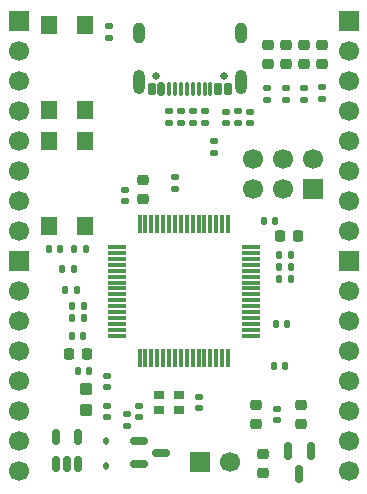
<source format=gbr>
%TF.GenerationSoftware,KiCad,Pcbnew,9.0.4*%
%TF.CreationDate,2025-09-04T16:16:01+01:00*%
%TF.ProjectId,MicroPython,4d696372-6f50-4797-9468-6f6e2e6b6963,rev?*%
%TF.SameCoordinates,Original*%
%TF.FileFunction,Soldermask,Top*%
%TF.FilePolarity,Negative*%
%FSLAX46Y46*%
G04 Gerber Fmt 4.6, Leading zero omitted, Abs format (unit mm)*
G04 Created by KiCad (PCBNEW 9.0.4) date 2025-09-04 16:16:01*
%MOMM*%
%LPD*%
G01*
G04 APERTURE LIST*
G04 Aperture macros list*
%AMRoundRect*
0 Rectangle with rounded corners*
0 $1 Rounding radius*
0 $2 $3 $4 $5 $6 $7 $8 $9 X,Y pos of 4 corners*
0 Add a 4 corners polygon primitive as box body*
4,1,4,$2,$3,$4,$5,$6,$7,$8,$9,$2,$3,0*
0 Add four circle primitives for the rounded corners*
1,1,$1+$1,$2,$3*
1,1,$1+$1,$4,$5*
1,1,$1+$1,$6,$7*
1,1,$1+$1,$8,$9*
0 Add four rect primitives between the rounded corners*
20,1,$1+$1,$2,$3,$4,$5,0*
20,1,$1+$1,$4,$5,$6,$7,0*
20,1,$1+$1,$6,$7,$8,$9,0*
20,1,$1+$1,$8,$9,$2,$3,0*%
G04 Aperture macros list end*
%ADD10R,1.700000X1.700000*%
%ADD11C,1.700000*%
%ADD12RoundRect,0.112500X0.112500X-0.187500X0.112500X0.187500X-0.112500X0.187500X-0.112500X-0.187500X0*%
%ADD13RoundRect,0.135000X0.185000X-0.135000X0.185000X0.135000X-0.185000X0.135000X-0.185000X-0.135000X0*%
%ADD14RoundRect,0.140000X0.140000X0.170000X-0.140000X0.170000X-0.140000X-0.170000X0.140000X-0.170000X0*%
%ADD15RoundRect,0.135000X-0.135000X-0.185000X0.135000X-0.185000X0.135000X0.185000X-0.135000X0.185000X0*%
%ADD16R,1.400000X1.600000*%
%ADD17RoundRect,0.147500X0.172500X-0.147500X0.172500X0.147500X-0.172500X0.147500X-0.172500X-0.147500X0*%
%ADD18RoundRect,0.150000X-0.587500X-0.150000X0.587500X-0.150000X0.587500X0.150000X-0.587500X0.150000X0*%
%ADD19RoundRect,0.218750X-0.256250X0.218750X-0.256250X-0.218750X0.256250X-0.218750X0.256250X0.218750X0*%
%ADD20RoundRect,0.140000X0.170000X-0.140000X0.170000X0.140000X-0.170000X0.140000X-0.170000X-0.140000X0*%
%ADD21RoundRect,0.135000X0.135000X0.185000X-0.135000X0.185000X-0.135000X-0.185000X0.135000X-0.185000X0*%
%ADD22RoundRect,0.140000X-0.170000X0.140000X-0.170000X-0.140000X0.170000X-0.140000X0.170000X0.140000X0*%
%ADD23C,0.650000*%
%ADD24RoundRect,0.150000X0.150000X0.400000X-0.150000X0.400000X-0.150000X-0.400000X0.150000X-0.400000X0*%
%ADD25RoundRect,0.075000X0.075000X0.500000X-0.075000X0.500000X-0.075000X-0.500000X0.075000X-0.500000X0*%
%ADD26RoundRect,0.150000X0.150000X0.425000X-0.150000X0.425000X-0.150000X-0.425000X0.150000X-0.425000X0*%
%ADD27O,1.000000X2.100000*%
%ADD28O,1.000000X1.800000*%
%ADD29RoundRect,0.135000X-0.185000X0.135000X-0.185000X-0.135000X0.185000X-0.135000X0.185000X0.135000X0*%
%ADD30RoundRect,0.250000X-0.300000X0.275000X-0.300000X-0.275000X0.300000X-0.275000X0.300000X0.275000X0*%
%ADD31RoundRect,0.225000X0.250000X-0.225000X0.250000X0.225000X-0.250000X0.225000X-0.250000X-0.225000X0*%
%ADD32RoundRect,0.225000X-0.225000X-0.250000X0.225000X-0.250000X0.225000X0.250000X-0.225000X0.250000X0*%
%ADD33RoundRect,0.140000X-0.140000X-0.170000X0.140000X-0.170000X0.140000X0.170000X-0.140000X0.170000X0*%
%ADD34R,0.900000X0.800000*%
%ADD35RoundRect,0.225000X0.225000X0.250000X-0.225000X0.250000X-0.225000X-0.250000X0.225000X-0.250000X0*%
%ADD36RoundRect,0.075000X0.075000X-0.700000X0.075000X0.700000X-0.075000X0.700000X-0.075000X-0.700000X0*%
%ADD37RoundRect,0.075000X0.700000X-0.075000X0.700000X0.075000X-0.700000X0.075000X-0.700000X-0.075000X0*%
%ADD38RoundRect,0.225000X-0.250000X0.225000X-0.250000X-0.225000X0.250000X-0.225000X0.250000X0.225000X0*%
%ADD39RoundRect,0.150000X0.150000X-0.512500X0.150000X0.512500X-0.150000X0.512500X-0.150000X-0.512500X0*%
%ADD40RoundRect,0.150000X-0.150000X0.587500X-0.150000X-0.587500X0.150000X-0.587500X0.150000X0.587500X0*%
G04 APERTURE END LIST*
D10*
%TO.C,J8*%
X154432000Y-66294000D03*
D11*
X154432000Y-63754000D03*
X151892000Y-66294000D03*
X151892000Y-63754000D03*
X149352000Y-66294000D03*
X149352000Y-63754000D03*
%TD*%
D10*
%TO.C,J9*%
X144907000Y-89408000D03*
D11*
X147447000Y-89408000D03*
%TD*%
D12*
%TO.C,D1*%
X136906000Y-89730000D03*
X136906000Y-87630000D03*
%TD*%
D13*
%TO.C,R16*%
X137160000Y-53469000D03*
X137160000Y-52449000D03*
%TD*%
D14*
%TO.C,C6*%
X133068000Y-71374000D03*
X132108000Y-71374000D03*
%TD*%
D15*
%TO.C,R21*%
X134237000Y-71374000D03*
X135257000Y-71374000D03*
%TD*%
D16*
%TO.C,SW1*%
X135104000Y-62186000D03*
X135104000Y-69386000D03*
X132104000Y-62186000D03*
X132104000Y-69386000D03*
%TD*%
%TO.C,SW2*%
X135104000Y-52407000D03*
X135104000Y-59607000D03*
X132104000Y-52407000D03*
X132104000Y-59607000D03*
%TD*%
D17*
%TO.C,FB1*%
X151384000Y-85829000D03*
X151384000Y-84859000D03*
%TD*%
D18*
%TO.C,Q1*%
X139700000Y-87630000D03*
X139700000Y-89530000D03*
X141575000Y-88580000D03*
%TD*%
D19*
%TO.C,D5*%
X150622000Y-54076500D03*
X150622000Y-55651500D03*
%TD*%
D20*
%TO.C,C22*%
X137033000Y-83030000D03*
X137033000Y-82070000D03*
%TD*%
D21*
%TO.C,R10*%
X134241000Y-73025000D03*
X133221000Y-73025000D03*
%TD*%
D22*
%TO.C,C19*%
X149098000Y-59718000D03*
X149098000Y-60678000D03*
%TD*%
D23*
%TO.C,J10*%
X146908000Y-56707000D03*
X141128000Y-56707000D03*
D24*
X147218000Y-57782000D03*
X146418000Y-57782000D03*
D25*
X145268000Y-57782000D03*
X144268000Y-57782000D03*
X143768000Y-57782000D03*
X142768000Y-57782000D03*
D26*
X141618000Y-57782000D03*
D24*
X140818000Y-57782000D03*
X140818000Y-57782000D03*
D26*
X141618000Y-57782000D03*
D25*
X142268000Y-57782000D03*
X143268000Y-57782000D03*
X144768000Y-57782000D03*
X145768000Y-57782000D03*
D24*
X146418000Y-57782000D03*
X147218000Y-57782000D03*
D27*
X148338000Y-57207000D03*
D28*
X148338000Y-53027000D03*
D27*
X139698000Y-57207000D03*
D28*
X139698000Y-53027000D03*
%TD*%
D29*
%TO.C,R23*%
X142240000Y-59688000D03*
X142240000Y-60708000D03*
%TD*%
D30*
%TO.C,X2*%
X135255000Y-83149000D03*
X135255000Y-84999000D03*
%TD*%
D31*
%TO.C,C5*%
X140081000Y-67069000D03*
X140081000Y-65519000D03*
%TD*%
D29*
%TO.C,R19*%
X142748000Y-65276000D03*
X142748000Y-66296000D03*
%TD*%
D21*
%TO.C,R14*%
X152569000Y-72898000D03*
X151549000Y-72898000D03*
%TD*%
D15*
%TO.C,R11*%
X151549000Y-73914000D03*
X152569000Y-73914000D03*
%TD*%
D13*
%TO.C,R7*%
X153720800Y-58716000D03*
X153720800Y-57696000D03*
%TD*%
%TO.C,R8*%
X152146000Y-58716000D03*
X152146000Y-57696000D03*
%TD*%
D31*
%TO.C,C1*%
X150241000Y-90261500D03*
X150241000Y-88711500D03*
%TD*%
D11*
%TO.C,J2*%
X129540000Y-90170000D03*
X129540000Y-87630000D03*
X129540000Y-85090000D03*
X129540000Y-82550000D03*
X129540000Y-80010000D03*
X129540000Y-77470000D03*
X129540000Y-74930000D03*
D10*
X129540000Y-72390000D03*
%TD*%
D19*
%TO.C,D2*%
X155194000Y-54065700D03*
X155194000Y-55640700D03*
%TD*%
D21*
%TO.C,R15*%
X152569000Y-71882000D03*
X151549000Y-71882000D03*
%TD*%
D32*
%TO.C,C4*%
X151625000Y-70231000D03*
X153175000Y-70231000D03*
%TD*%
D13*
%TO.C,R9*%
X150571200Y-58716000D03*
X150571200Y-57696000D03*
%TD*%
%TO.C,R3*%
X143256000Y-60708000D03*
X143256000Y-59688000D03*
%TD*%
D33*
%TO.C,C15*%
X150309000Y-68961000D03*
X151269000Y-68961000D03*
%TD*%
D34*
%TO.C,X1*%
X141415000Y-83703000D03*
X143065000Y-83703000D03*
X143065000Y-84953000D03*
X141415000Y-84953000D03*
%TD*%
D31*
%TO.C,C2*%
X149606000Y-86119000D03*
X149606000Y-84569000D03*
%TD*%
D22*
%TO.C,C8*%
X139700000Y-84610000D03*
X139700000Y-85570000D03*
%TD*%
D15*
%TO.C,R13*%
X134023000Y-76200000D03*
X135043000Y-76200000D03*
%TD*%
D19*
%TO.C,D3*%
X153708800Y-54076500D03*
X153708800Y-55651500D03*
%TD*%
D33*
%TO.C,C12*%
X151325000Y-77724000D03*
X152285000Y-77724000D03*
%TD*%
D35*
%TO.C,C16*%
X135308000Y-80264000D03*
X133758000Y-80264000D03*
%TD*%
D20*
%TO.C,C23*%
X147066000Y-60678000D03*
X147066000Y-59718000D03*
%TD*%
D22*
%TO.C,C7*%
X144780000Y-83848000D03*
X144780000Y-84808000D03*
%TD*%
D11*
%TO.C,J7*%
X157480000Y-69850000D03*
X157480000Y-67310000D03*
X157480000Y-64770000D03*
X157480000Y-62230000D03*
X157480000Y-59690000D03*
X157480000Y-57150000D03*
X157480000Y-54610000D03*
D10*
X157480000Y-52070000D03*
%TD*%
D13*
%TO.C,R1*%
X138684000Y-86362000D03*
X138684000Y-85342000D03*
%TD*%
D36*
%TO.C,U1*%
X139760000Y-80605000D03*
X140260000Y-80605000D03*
X140760000Y-80605000D03*
X141260000Y-80605000D03*
X141760000Y-80605000D03*
X142260000Y-80605000D03*
X142760000Y-80605000D03*
X143260000Y-80605000D03*
X143760000Y-80605000D03*
X144260000Y-80605000D03*
X144760000Y-80605000D03*
X145260000Y-80605000D03*
X145760000Y-80605000D03*
X146260000Y-80605000D03*
X146760000Y-80605000D03*
X147260000Y-80605000D03*
D37*
X149185000Y-78680000D03*
X149185000Y-78180000D03*
X149185000Y-77680000D03*
X149185000Y-77180000D03*
X149185000Y-76680000D03*
X149185000Y-76180000D03*
X149185000Y-75680000D03*
X149185000Y-75180000D03*
X149185000Y-74680000D03*
X149185000Y-74180000D03*
X149185000Y-73680000D03*
X149185000Y-73180000D03*
X149185000Y-72680000D03*
X149185000Y-72180000D03*
X149185000Y-71680000D03*
X149185000Y-71180000D03*
D36*
X147260000Y-69255000D03*
X146760000Y-69255000D03*
X146260000Y-69255000D03*
X145760000Y-69255000D03*
X145260000Y-69255000D03*
X144760000Y-69255000D03*
X144260000Y-69255000D03*
X143760000Y-69255000D03*
X143260000Y-69255000D03*
X142760000Y-69255000D03*
X142260000Y-69255000D03*
X141760000Y-69255000D03*
X141260000Y-69255000D03*
X140760000Y-69255000D03*
X140260000Y-69255000D03*
X139760000Y-69255000D03*
D37*
X137835000Y-71180000D03*
X137835000Y-71680000D03*
X137835000Y-72180000D03*
X137835000Y-72680000D03*
X137835000Y-73180000D03*
X137835000Y-73680000D03*
X137835000Y-74180000D03*
X137835000Y-74680000D03*
X137835000Y-75180000D03*
X137835000Y-75680000D03*
X137835000Y-76180000D03*
X137835000Y-76680000D03*
X137835000Y-77180000D03*
X137835000Y-77680000D03*
X137835000Y-78180000D03*
X137835000Y-78680000D03*
%TD*%
D21*
%TO.C,R22*%
X135043000Y-77216000D03*
X134023000Y-77216000D03*
%TD*%
D13*
%TO.C,R18*%
X148082000Y-60708000D03*
X148082000Y-59688000D03*
%TD*%
D38*
%TO.C,C17*%
X153416000Y-84569000D03*
X153416000Y-86119000D03*
%TD*%
D29*
%TO.C,R24*%
X145288000Y-59688000D03*
X145288000Y-60708000D03*
%TD*%
D11*
%TO.C,J1*%
X157480000Y-90170000D03*
X157480000Y-87630000D03*
X157480000Y-85090000D03*
X157480000Y-82550000D03*
X157480000Y-80010000D03*
X157480000Y-77470000D03*
X157480000Y-74930000D03*
D10*
X157480000Y-72390000D03*
%TD*%
D39*
%TO.C,U3*%
X132654000Y-89529500D03*
X133604000Y-89529500D03*
X134554000Y-89529500D03*
X134554000Y-87254500D03*
X132654000Y-87254500D03*
%TD*%
D15*
%TO.C,R12*%
X133475000Y-74803000D03*
X134495000Y-74803000D03*
%TD*%
D40*
%TO.C,U2*%
X154239000Y-88470500D03*
X152339000Y-88470500D03*
X153289000Y-90345500D03*
%TD*%
D19*
%TO.C,D4*%
X152146000Y-54076500D03*
X152146000Y-55651500D03*
%TD*%
D13*
%TO.C,R2*%
X146050000Y-63248000D03*
X146050000Y-62228000D03*
%TD*%
D14*
%TO.C,C13*%
X135013000Y-78740000D03*
X134053000Y-78740000D03*
%TD*%
D33*
%TO.C,C18*%
X151158000Y-81280000D03*
X152118000Y-81280000D03*
%TD*%
D11*
%TO.C,J6*%
X129540000Y-69850000D03*
X129540000Y-67310000D03*
X129540000Y-64770000D03*
X129540000Y-62230000D03*
X129540000Y-59690000D03*
X129540000Y-57150000D03*
X129540000Y-54610000D03*
D10*
X129540000Y-52070000D03*
%TD*%
D13*
%TO.C,R6*%
X155194000Y-58674000D03*
X155194000Y-57654000D03*
%TD*%
D14*
%TO.C,C11*%
X135481000Y-81661000D03*
X134521000Y-81661000D03*
%TD*%
D22*
%TO.C,C21*%
X137033000Y-84610000D03*
X137033000Y-85570000D03*
%TD*%
D13*
%TO.C,R4*%
X144272000Y-60708000D03*
X144272000Y-59688000D03*
%TD*%
D20*
%TO.C,C14*%
X138557000Y-67282000D03*
X138557000Y-66322000D03*
%TD*%
M02*

</source>
